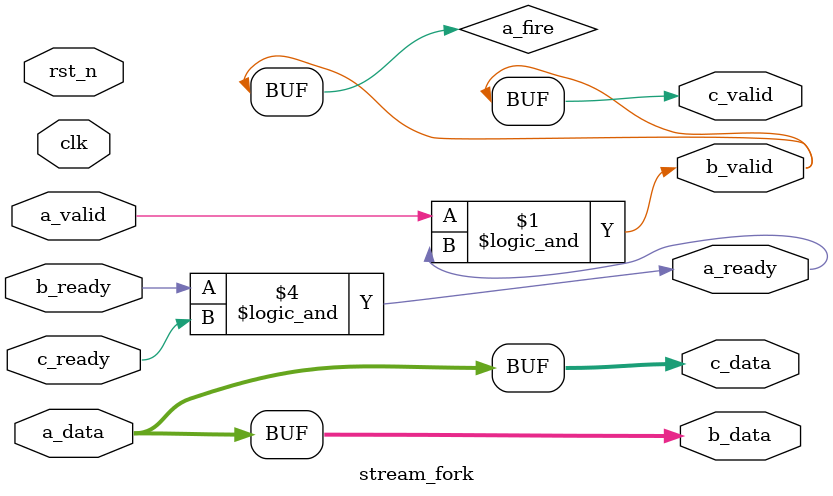
<source format=v>
module stream_fork #(
    parameter DATA_BW = 8
) (
    input                  clk,
    input                  rst_n,

    input  [DATA_BW-1 : 0] a_data,
    input                  a_valid,
    output                 a_ready,

    output                 b_valid,
    output [DATA_BW-1 : 0] b_data,
    input                  b_ready,

    output                 c_valid,
    output [DATA_BW-1 : 0] c_data,
    input                  c_ready 
);

wire a_fire = a_valid && a_ready;
wire b_fire = b_valid && b_ready;
wire c_fire = c_valid && c_ready;

assign b_data = a_data;
assign c_data = a_data;
/*
assign a_ready = b_fire && c_fire;
assign b_valid = a_valid;
assign c_valid = a_valid;
*/

assign a_ready = b_ready && c_ready;
assign b_valid = a_fire;
assign c_valid = a_fire;

/*
assign a_ready = b_ready && c_ready;
assign b_valid = a_valid && !b_fire;
assign c_valid = a_valid && !c_fire;
*/

endmodule
</source>
